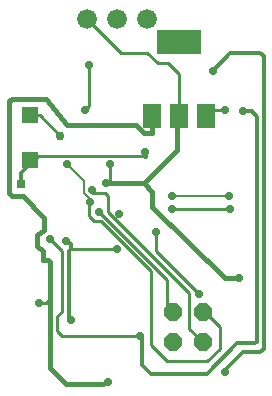
<source format=gbl>
G75*
%MOIN*%
%OFA0B0*%
%FSLAX25Y25*%
%IPPOS*%
%LPD*%
%AMOC8*
5,1,8,0,0,1.08239X$1,22.5*
%
%ADD10R,0.05900X0.07900*%
%ADD11R,0.15000X0.07900*%
%ADD12OC8,0.06000*%
%ADD13C,0.06600*%
%ADD14R,0.05512X0.05512*%
%ADD15C,0.01000*%
%ADD16C,0.02800*%
%ADD17C,0.02978*%
%ADD18C,0.01600*%
%ADD19C,0.02792*%
%ADD20C,0.00800*%
%ADD21R,0.02800X0.02800*%
%ADD22C,0.01200*%
D10*
X0061322Y0101998D03*
X0070322Y0101998D03*
X0079322Y0101998D03*
D11*
X0070422Y0126798D03*
D12*
X0068257Y0036524D03*
X0068257Y0026524D03*
X0078257Y0026524D03*
X0078257Y0036524D03*
D13*
X0059635Y0134280D03*
X0049635Y0134280D03*
X0039635Y0134280D03*
D14*
X0020698Y0102194D03*
X0020698Y0087233D03*
D15*
X0021780Y0086938D01*
X0023650Y0088808D01*
X0059083Y0088808D01*
X0047272Y0085855D02*
X0047272Y0079556D01*
X0045501Y0076406D02*
X0046682Y0075225D01*
X0046682Y0069910D01*
X0049044Y0067548D01*
X0073650Y0042942D01*
X0073650Y0031131D01*
X0078257Y0026524D01*
X0083887Y0024438D02*
X0079753Y0020304D01*
X0066170Y0020304D01*
X0060855Y0025619D01*
X0060855Y0050422D01*
X0044320Y0066957D01*
X0041957Y0066957D01*
X0040186Y0068729D01*
X0040186Y0073060D01*
X0040580Y0073257D01*
X0040186Y0072863D01*
X0041367Y0076406D02*
X0041367Y0077391D01*
X0041367Y0076406D02*
X0045501Y0076406D01*
X0043729Y0070107D02*
X0066367Y0047469D01*
X0066367Y0038414D01*
X0068257Y0036524D01*
X0076957Y0042784D02*
X0062627Y0057115D01*
X0062627Y0063414D01*
X0067942Y0071091D02*
X0087430Y0071091D01*
X0079322Y0101998D02*
X0080698Y0104162D01*
X0085658Y0104162D01*
X0070698Y0102374D02*
X0070322Y0101998D01*
X0070304Y0102017D01*
X0070304Y0115973D01*
X0066761Y0119517D01*
X0063217Y0119517D01*
X0059674Y0123060D01*
X0050855Y0123060D01*
X0039635Y0134280D01*
X0040186Y0118926D02*
X0040186Y0105343D01*
X0039005Y0104162D01*
X0030737Y0095304D02*
X0023847Y0102194D01*
X0020698Y0102194D01*
X0027194Y0061052D02*
X0031328Y0056918D01*
X0031328Y0036839D01*
X0029556Y0035068D01*
X0029556Y0030343D01*
X0031328Y0028572D01*
X0057312Y0028572D01*
X0078257Y0036524D02*
X0078887Y0036524D01*
X0083887Y0031524D01*
X0083887Y0024438D01*
X0049635Y0057509D02*
X0034280Y0057509D01*
X0027194Y0040973D02*
X0026013Y0039792D01*
X0023650Y0039792D01*
X0069713Y0101390D02*
X0070322Y0101998D01*
D16*
X0059083Y0089989D03*
X0047272Y0085855D03*
X0046091Y0079556D03*
X0041367Y0077391D03*
X0040580Y0073257D03*
X0043729Y0070107D03*
X0050225Y0069320D03*
X0049635Y0057509D03*
X0062627Y0063414D03*
X0067942Y0071091D03*
X0067942Y0075225D03*
X0086839Y0075225D03*
X0087430Y0071091D03*
X0090383Y0048060D03*
X0076957Y0042784D03*
X0057312Y0028572D03*
X0046682Y0013217D03*
X0034280Y0033887D03*
X0032509Y0060461D03*
X0027194Y0061052D03*
X0033099Y0085855D03*
X0039005Y0104162D03*
X0040186Y0118926D03*
X0081524Y0117154D03*
X0085658Y0104162D03*
X0091564Y0103572D03*
X0085658Y0016761D03*
D17*
X0030737Y0095304D03*
D18*
X0027194Y0040973D02*
X0027194Y0017942D01*
X0032509Y0012627D01*
X0044910Y0012627D01*
X0046682Y0013808D01*
X0046682Y0013217D01*
X0027194Y0040973D02*
X0027194Y0053375D01*
X0026603Y0053965D01*
X0024831Y0053965D01*
X0024831Y0056918D01*
X0023060Y0058690D01*
X0023060Y0062233D01*
X0025422Y0064005D01*
X0025422Y0068139D01*
X0018335Y0075225D01*
X0014792Y0075225D01*
X0013611Y0076406D01*
X0013611Y0107115D01*
X0014792Y0107706D01*
X0026013Y0107706D01*
X0033099Y0098847D01*
X0056131Y0098847D01*
X0058493Y0096485D01*
X0061446Y0096485D01*
X0061446Y0101875D01*
X0061322Y0101998D01*
X0069713Y0101390D02*
X0069713Y0090580D01*
X0058690Y0079556D01*
X0061446Y0076800D01*
X0061446Y0071682D01*
X0085658Y0048060D01*
X0090383Y0048060D01*
X0058690Y0079556D02*
X0047272Y0079556D01*
X0046091Y0079556D01*
X0059083Y0088808D02*
X0059083Y0089989D01*
D19*
X0023650Y0039792D03*
D20*
X0049044Y0067548D02*
X0050225Y0068729D01*
X0050225Y0069320D01*
X0040580Y0073257D02*
X0040580Y0074501D01*
X0038767Y0076314D01*
X0038767Y0080187D01*
X0033099Y0085855D01*
X0067942Y0075225D02*
X0086839Y0075225D01*
D21*
X0017745Y0079359D03*
D22*
X0017745Y0082902D01*
X0020698Y0085855D01*
X0020698Y0087233D01*
X0032509Y0060461D02*
X0034280Y0059280D01*
X0034280Y0057509D01*
X0033690Y0056918D01*
X0033690Y0034477D01*
X0034280Y0033887D01*
X0057312Y0028572D02*
X0057902Y0028572D01*
X0057902Y0019123D01*
X0060855Y0016170D01*
X0079753Y0016170D01*
X0089792Y0026209D01*
X0095698Y0026209D01*
X0096288Y0026800D01*
X0096288Y0101800D01*
X0094517Y0103572D01*
X0091564Y0103572D01*
X0081524Y0117154D02*
X0087430Y0123060D01*
X0097469Y0123060D01*
X0098650Y0121879D01*
X0098650Y0024438D01*
X0097469Y0023257D01*
X0091564Y0023257D01*
X0085658Y0017351D01*
X0085658Y0016761D01*
M02*

</source>
